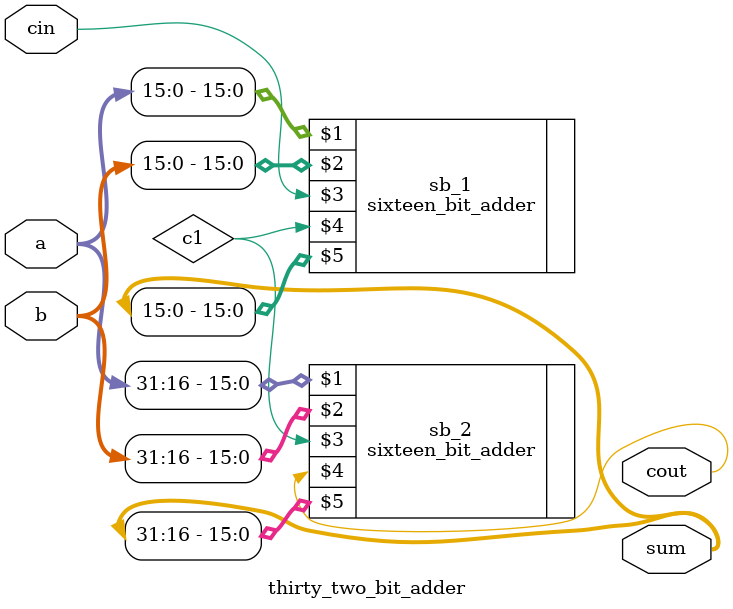
<source format=v>
module thirty_two_bit_adder (
  input [31:0] a, b,
  input cin,
  output cout,
  output [31:0] sum
);

  wire c1;

  sixteen_bit_adder sb_1(a[15:0],  b[15:0],  cin,    c1, sum[15:0]);
  sixteen_bit_adder sb_2(a[31:16], b[31:16], c1, cout,   sum[31:16]);

endmodule

</source>
